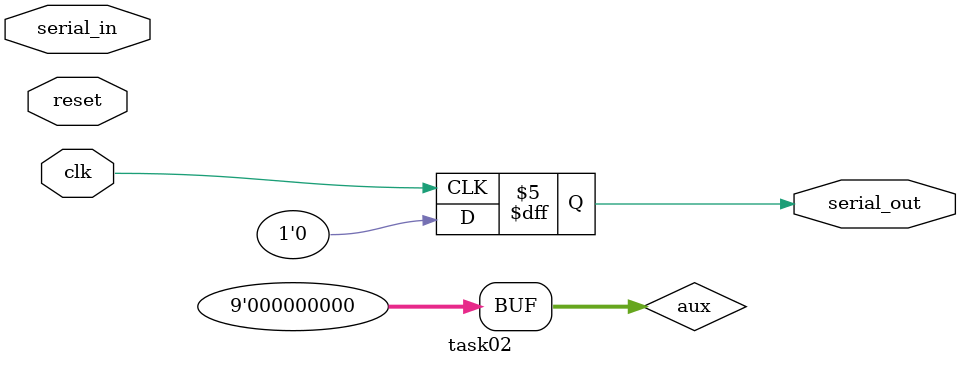
<source format=v>
module task02(
	output reg serial_out,
	input serial_in,
	input clk,
	input reset
);
    reg [8:0] aux = 9'b000000000;
	always @(reset)
	begin
	   aux = 9'b000000000;
	end
	always @(posedge clk)
	begin
	   aux = aux << 1;
	   aux[0] = serial_in;
	   serial_out = aux[8];
	end

endmodule
</source>
